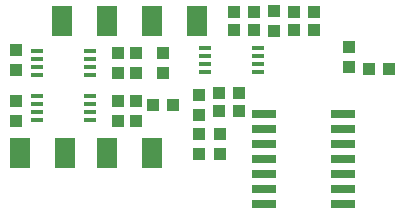
<source format=gtp>
G75*
G70*
%OFA0B0*%
%FSLAX24Y24*%
%IPPOS*%
%LPD*%
%AMOC8*
5,1,8,0,0,1.08239X$1,22.5*
%
%ADD10R,0.0433X0.0157*%
%ADD11R,0.0800X0.0260*%
%ADD12R,0.0394X0.0433*%
%ADD13R,0.0669X0.0984*%
%ADD14R,0.0433X0.0394*%
D10*
X006304Y006694D03*
X006304Y006950D03*
X006304Y007206D03*
X006304Y007462D03*
X006304Y008194D03*
X006304Y008450D03*
X006304Y008706D03*
X006304Y008962D03*
X008076Y008962D03*
X008076Y008706D03*
X008076Y008450D03*
X008076Y008194D03*
X008076Y007462D03*
X008076Y007206D03*
X008076Y006950D03*
X008076Y006694D03*
X011904Y008294D03*
X011904Y008550D03*
X011904Y008806D03*
X011904Y009062D03*
X013676Y009062D03*
X013676Y008806D03*
X013676Y008550D03*
X013676Y008294D03*
D11*
X013885Y006878D03*
X013885Y006378D03*
X013885Y005878D03*
X013885Y005378D03*
X013885Y004878D03*
X013885Y004378D03*
X013885Y003878D03*
X016495Y003878D03*
X016495Y004378D03*
X016495Y004878D03*
X016495Y005378D03*
X016495Y005878D03*
X016495Y006378D03*
X016495Y006878D03*
D12*
X016690Y008444D03*
X016690Y009113D03*
X014190Y009644D03*
X014190Y010313D03*
X010490Y008913D03*
X009590Y008913D03*
X008990Y008913D03*
X008990Y008244D03*
X009590Y008244D03*
X010490Y008244D03*
X011690Y007513D03*
X011690Y006844D03*
X011690Y006213D03*
X012390Y006213D03*
X012390Y005544D03*
X011690Y005544D03*
X009590Y006644D03*
X008990Y006644D03*
X008990Y007313D03*
X009590Y007313D03*
X005590Y007313D03*
X005590Y006644D03*
X005590Y008344D03*
X005590Y009013D03*
D13*
X005742Y005578D03*
X007238Y005578D03*
X008642Y005578D03*
X010138Y005578D03*
X010142Y009978D03*
X011638Y009978D03*
X008638Y009978D03*
X007142Y009978D03*
D14*
X010155Y007178D03*
X010825Y007178D03*
X012355Y006978D03*
X013025Y006978D03*
X013025Y007578D03*
X012355Y007578D03*
X012855Y009678D03*
X013525Y009678D03*
X013525Y010278D03*
X012855Y010278D03*
X014855Y010278D03*
X015525Y010278D03*
X015525Y009678D03*
X014855Y009678D03*
X017355Y008378D03*
X018025Y008378D03*
M02*

</source>
